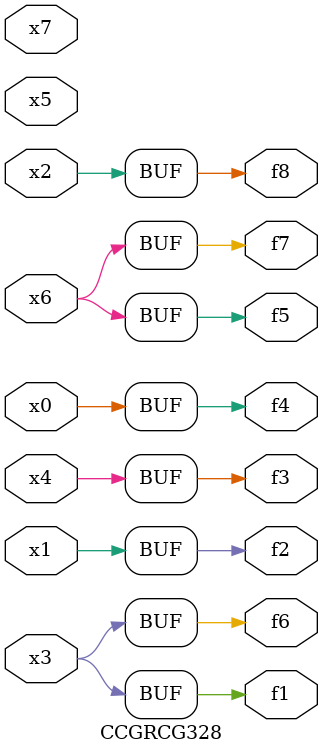
<source format=v>
module CCGRCG328(
	input x0, x1, x2, x3, x4, x5, x6, x7,
	output f1, f2, f3, f4, f5, f6, f7, f8
);
	assign f1 = x3;
	assign f2 = x1;
	assign f3 = x4;
	assign f4 = x0;
	assign f5 = x6;
	assign f6 = x3;
	assign f7 = x6;
	assign f8 = x2;
endmodule

</source>
